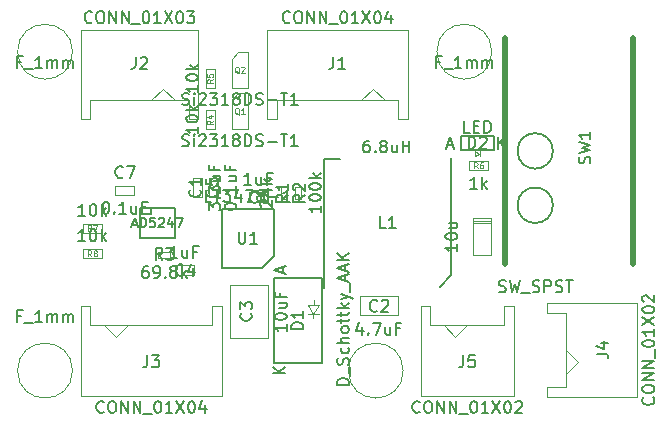
<source format=gbr>
G04 #@! TF.FileFunction,Other,Fab,Top*
%FSLAX46Y46*%
G04 Gerber Fmt 4.6, Leading zero omitted, Abs format (unit mm)*
G04 Created by KiCad (PCBNEW 4.0.6) date 06/06/17 12:12:10*
%MOMM*%
%LPD*%
G01*
G04 APERTURE LIST*
%ADD10C,0.100000*%
%ADD11C,0.150000*%
%ADD12C,0.500000*%
%ADD13C,0.075000*%
G04 APERTURE END LIST*
D10*
D11*
X11500000Y17000000D02*
X11500000Y16500000D01*
X11500000Y16500000D02*
X10500000Y16500000D01*
X10500000Y17000000D02*
X10500000Y14500000D01*
X10500000Y14500000D02*
X13500000Y14500000D01*
X13500000Y14500000D02*
X13500000Y17000000D01*
X13500000Y17000000D02*
X10500000Y17000000D01*
D10*
X40300000Y16200000D02*
X38700000Y16200000D01*
X38700000Y16200000D02*
X38700000Y13000000D01*
X38700000Y13000000D02*
X40300000Y13000000D01*
X40300000Y13000000D02*
X40300000Y16200000D01*
X40300000Y15880000D02*
X38700000Y15880000D01*
X40300000Y15720000D02*
X38700000Y15720000D01*
X14650000Y26125000D02*
X14650000Y24525000D01*
X14650000Y24525000D02*
X15450000Y24525000D01*
X15450000Y24525000D02*
X15450000Y32125000D01*
X15450000Y32125000D02*
X5550000Y32125000D01*
X5550000Y32125000D02*
X5550000Y24525000D01*
X5550000Y24525000D02*
X6350000Y24525000D01*
X6350000Y24525000D02*
X6350000Y26125000D01*
X6350000Y26125000D02*
X14650000Y26125000D01*
X13500000Y26125000D02*
X12500000Y27125000D01*
X12500000Y27125000D02*
X11500000Y26125000D01*
X32824000Y3250000D02*
G75*
G03X32824000Y3250000I-2324000J0D01*
G01*
X4824000Y30250000D02*
G75*
G03X4824000Y30250000I-2324000J0D01*
G01*
X4824000Y3250000D02*
G75*
G03X4824000Y3250000I-2324000J0D01*
G01*
X15100000Y12150000D02*
X15100000Y11350000D01*
X13500000Y12150000D02*
X15100000Y12150000D01*
X13500000Y11350000D02*
X13500000Y12150000D01*
X15100000Y11350000D02*
X13500000Y11350000D01*
X29150000Y7950000D02*
X29150000Y9550000D01*
X32350000Y7950000D02*
X29150000Y7950000D01*
X32350000Y9550000D02*
X32350000Y7950000D01*
X29150000Y9550000D02*
X32350000Y9550000D01*
X21350000Y6000000D02*
X18150000Y6000000D01*
X21350000Y10500000D02*
X21350000Y6000000D01*
X18150000Y10500000D02*
X21350000Y10500000D01*
X18150000Y6000000D02*
X18150000Y10500000D01*
X17150000Y17950000D02*
X16350000Y17950000D01*
X17150000Y19550000D02*
X17150000Y17950000D01*
X16350000Y19550000D02*
X17150000Y19550000D01*
X16350000Y17950000D02*
X16350000Y19550000D01*
X21350000Y18350000D02*
X21350000Y17550000D01*
X19750000Y18350000D02*
X21350000Y18350000D01*
X19750000Y17550000D02*
X19750000Y18350000D01*
X21350000Y17550000D02*
X19750000Y17550000D01*
X24200000Y17800000D02*
X23700000Y17800000D01*
X24200000Y18800000D02*
X24200000Y17800000D01*
X23700000Y18800000D02*
X24200000Y18800000D01*
X23700000Y17800000D02*
X23700000Y18800000D01*
X22450000Y18800000D02*
X22950000Y18800000D01*
X22450000Y17800000D02*
X22450000Y18800000D01*
X22950000Y17800000D02*
X22450000Y17800000D01*
X22950000Y18800000D02*
X22950000Y17800000D01*
X12100000Y12750000D02*
X12100000Y13250000D01*
X13100000Y12750000D02*
X12100000Y12750000D01*
X13100000Y13250000D02*
X13100000Y12750000D01*
X12100000Y13250000D02*
X13100000Y13250000D01*
D11*
X45500000Y17250000D02*
G75*
G03X45500000Y17250000I-1500000J0D01*
G01*
X45500000Y21850000D02*
G75*
G03X45500000Y21850000I-1500000J0D01*
G01*
D12*
X52250000Y31380000D02*
X52250000Y12280000D01*
X41460000Y31380000D02*
X41460000Y12280000D01*
D11*
X20850000Y11950000D02*
X17450000Y11950000D01*
X17450000Y11950000D02*
X17450000Y16950000D01*
X17450000Y16950000D02*
X21850000Y16950000D01*
X21850000Y16950000D02*
X21850000Y12950000D01*
X21850000Y12950000D02*
X20850000Y11950000D01*
X21850000Y3860000D02*
X25950000Y3860000D01*
X25950000Y3860000D02*
X25950000Y11130000D01*
X25950000Y11130000D02*
X21850000Y11130000D01*
X21850000Y11130000D02*
X21850000Y3860000D01*
D10*
X25240000Y8820000D02*
X25240000Y9220000D01*
X24730000Y8810000D02*
X25230000Y8010000D01*
X25730000Y8810000D02*
X24730000Y8810000D01*
X25230000Y8010000D02*
X25730000Y8810000D01*
X25230000Y8010000D02*
X25730000Y8010000D01*
X25230000Y8010000D02*
X24730000Y8010000D01*
X25230000Y7710000D02*
X25230000Y8010000D01*
D11*
X40500000Y21900000D02*
X37700000Y21900000D01*
X37700000Y21900000D02*
X37700000Y23100000D01*
X37700000Y23100000D02*
X40500000Y23100000D01*
X40500000Y23100000D02*
X40500000Y21900000D01*
D10*
X39290000Y21430000D02*
X39290000Y21830000D01*
X39240000Y21630000D02*
X38940000Y21430000D01*
X38940000Y21830000D02*
X39240000Y21630000D01*
X38940000Y21430000D02*
X38940000Y21830000D01*
X15800000Y17950000D02*
X15000000Y17950000D01*
X15800000Y19550000D02*
X15800000Y17950000D01*
X15000000Y19550000D02*
X15800000Y19550000D01*
X15000000Y17950000D02*
X15000000Y19550000D01*
X40324000Y30250000D02*
G75*
G03X40324000Y30250000I-2324000J0D01*
G01*
X18300000Y26150000D02*
X18300000Y23700000D01*
X18850000Y26720000D02*
X19700000Y26720000D01*
X18300000Y26150000D02*
X18850000Y26720000D01*
X19700000Y26720000D02*
X19700000Y23680000D01*
X18300000Y23680000D02*
X19700000Y23680000D01*
X18300000Y29650000D02*
X18300000Y27200000D01*
X18850000Y30220000D02*
X19700000Y30220000D01*
X18300000Y29650000D02*
X18850000Y30220000D01*
X19700000Y30220000D02*
X19700000Y27180000D01*
X18300000Y27180000D02*
X19700000Y27180000D01*
D11*
X27500000Y21150000D02*
X26100000Y21150000D01*
X26100000Y21150000D02*
X26100000Y10250000D01*
X35900000Y10350000D02*
X36900000Y11350000D01*
X36900000Y11350000D02*
X36900000Y21250000D01*
D10*
X32400000Y26125000D02*
X32400000Y24525000D01*
X32400000Y24525000D02*
X33200000Y24525000D01*
X33200000Y24525000D02*
X33200000Y32125000D01*
X33200000Y32125000D02*
X21300000Y32125000D01*
X21300000Y32125000D02*
X21300000Y24525000D01*
X21300000Y24525000D02*
X22100000Y24525000D01*
X22100000Y24525000D02*
X22100000Y26125000D01*
X22100000Y26125000D02*
X32400000Y26125000D01*
X31250000Y26125000D02*
X30250000Y27125000D01*
X30250000Y27125000D02*
X29250000Y26125000D01*
X6350000Y7125000D02*
X6350000Y8725000D01*
X6350000Y8725000D02*
X5550000Y8725000D01*
X5550000Y8725000D02*
X5550000Y1125000D01*
X5550000Y1125000D02*
X17450000Y1125000D01*
X17450000Y1125000D02*
X17450000Y8725000D01*
X17450000Y8725000D02*
X16650000Y8725000D01*
X16650000Y8725000D02*
X16650000Y7125000D01*
X16650000Y7125000D02*
X6350000Y7125000D01*
X7500000Y7125000D02*
X8500000Y6125000D01*
X8500000Y6125000D02*
X9500000Y7125000D01*
X46625000Y1850000D02*
X45025000Y1850000D01*
X45025000Y1850000D02*
X45025000Y1050000D01*
X45025000Y1050000D02*
X52625000Y1050000D01*
X52625000Y1050000D02*
X52625000Y8950000D01*
X52625000Y8950000D02*
X45025000Y8950000D01*
X45025000Y8950000D02*
X45025000Y8150000D01*
X45025000Y8150000D02*
X46625000Y8150000D01*
X46625000Y8150000D02*
X46625000Y1850000D01*
X46625000Y3000000D02*
X47625000Y4000000D01*
X47625000Y4000000D02*
X46625000Y5000000D01*
X35100000Y7125000D02*
X35100000Y8725000D01*
X35100000Y8725000D02*
X34300000Y8725000D01*
X34300000Y8725000D02*
X34300000Y1125000D01*
X34300000Y1125000D02*
X42200000Y1125000D01*
X42200000Y1125000D02*
X42200000Y8725000D01*
X42200000Y8725000D02*
X41400000Y8725000D01*
X41400000Y8725000D02*
X41400000Y7125000D01*
X41400000Y7125000D02*
X35100000Y7125000D01*
X36250000Y7125000D02*
X37250000Y6125000D01*
X37250000Y6125000D02*
X38250000Y7125000D01*
X8450000Y18100000D02*
X8450000Y18900000D01*
X10050000Y18100000D02*
X8450000Y18100000D01*
X10050000Y18900000D02*
X10050000Y18100000D01*
X8450000Y18900000D02*
X10050000Y18900000D01*
X16100000Y25300000D02*
X16900000Y25300000D01*
X16100000Y23700000D02*
X16100000Y25300000D01*
X16900000Y23700000D02*
X16100000Y23700000D01*
X16900000Y25300000D02*
X16900000Y23700000D01*
X16100000Y28800000D02*
X16900000Y28800000D01*
X16100000Y27200000D02*
X16100000Y28800000D01*
X16900000Y27200000D02*
X16100000Y27200000D01*
X16900000Y28800000D02*
X16900000Y27200000D01*
X38400000Y20200000D02*
X38400000Y21000000D01*
X40000000Y20200000D02*
X38400000Y20200000D01*
X40000000Y21000000D02*
X40000000Y20200000D01*
X38400000Y21000000D02*
X40000000Y21000000D01*
X7300000Y15700000D02*
X7300000Y14900000D01*
X5700000Y15700000D02*
X7300000Y15700000D01*
X5700000Y14900000D02*
X5700000Y15700000D01*
X7300000Y14900000D02*
X5700000Y14900000D01*
X7300000Y13550000D02*
X7300000Y12750000D01*
X5700000Y13550000D02*
X7300000Y13550000D01*
X5700000Y12750000D02*
X5700000Y13550000D01*
X7300000Y12750000D02*
X5700000Y12750000D01*
D11*
X9885714Y15616667D02*
X10266666Y15616667D01*
X9809523Y15388095D02*
X10076190Y16188095D01*
X10342857Y15388095D01*
X10609523Y15388095D02*
X10609523Y16188095D01*
X10799999Y16188095D01*
X10914285Y16150000D01*
X10990476Y16073810D01*
X11028571Y15997619D01*
X11066666Y15845238D01*
X11066666Y15730952D01*
X11028571Y15578571D01*
X10990476Y15502381D01*
X10914285Y15426190D01*
X10799999Y15388095D01*
X10609523Y15388095D01*
X11790476Y16188095D02*
X11409523Y16188095D01*
X11371428Y15807143D01*
X11409523Y15845238D01*
X11485714Y15883333D01*
X11676190Y15883333D01*
X11752380Y15845238D01*
X11790476Y15807143D01*
X11828571Y15730952D01*
X11828571Y15540476D01*
X11790476Y15464286D01*
X11752380Y15426190D01*
X11676190Y15388095D01*
X11485714Y15388095D01*
X11409523Y15426190D01*
X11371428Y15464286D01*
X12133333Y16111905D02*
X12171428Y16150000D01*
X12247619Y16188095D01*
X12438095Y16188095D01*
X12514285Y16150000D01*
X12552381Y16111905D01*
X12590476Y16035714D01*
X12590476Y15959524D01*
X12552381Y15845238D01*
X12095238Y15388095D01*
X12590476Y15388095D01*
X13276190Y15921429D02*
X13276190Y15388095D01*
X13085714Y16226190D02*
X12895238Y15654762D01*
X13390476Y15654762D01*
X13619048Y16188095D02*
X14152381Y16188095D01*
X13809524Y15388095D01*
X37402381Y13957143D02*
X37402381Y13385714D01*
X37402381Y13671428D02*
X36402381Y13671428D01*
X36545238Y13576190D01*
X36640476Y13480952D01*
X36688095Y13385714D01*
X36402381Y14576190D02*
X36402381Y14671429D01*
X36450000Y14766667D01*
X36497619Y14814286D01*
X36592857Y14861905D01*
X36783333Y14909524D01*
X37021429Y14909524D01*
X37211905Y14861905D01*
X37307143Y14814286D01*
X37354762Y14766667D01*
X37402381Y14671429D01*
X37402381Y14576190D01*
X37354762Y14480952D01*
X37307143Y14433333D01*
X37211905Y14385714D01*
X37021429Y14338095D01*
X36783333Y14338095D01*
X36592857Y14385714D01*
X36497619Y14433333D01*
X36450000Y14480952D01*
X36402381Y14576190D01*
X36735714Y15766667D02*
X37402381Y15766667D01*
X36735714Y15338095D02*
X37259524Y15338095D01*
X37354762Y15385714D01*
X37402381Y15480952D01*
X37402381Y15623810D01*
X37354762Y15719048D01*
X37307143Y15766667D01*
X6476191Y32767857D02*
X6428572Y32720238D01*
X6285715Y32672619D01*
X6190477Y32672619D01*
X6047619Y32720238D01*
X5952381Y32815476D01*
X5904762Y32910714D01*
X5857143Y33101190D01*
X5857143Y33244048D01*
X5904762Y33434524D01*
X5952381Y33529762D01*
X6047619Y33625000D01*
X6190477Y33672619D01*
X6285715Y33672619D01*
X6428572Y33625000D01*
X6476191Y33577381D01*
X7095238Y33672619D02*
X7285715Y33672619D01*
X7380953Y33625000D01*
X7476191Y33529762D01*
X7523810Y33339286D01*
X7523810Y33005952D01*
X7476191Y32815476D01*
X7380953Y32720238D01*
X7285715Y32672619D01*
X7095238Y32672619D01*
X7000000Y32720238D01*
X6904762Y32815476D01*
X6857143Y33005952D01*
X6857143Y33339286D01*
X6904762Y33529762D01*
X7000000Y33625000D01*
X7095238Y33672619D01*
X7952381Y32672619D02*
X7952381Y33672619D01*
X8523810Y32672619D01*
X8523810Y33672619D01*
X9000000Y32672619D02*
X9000000Y33672619D01*
X9571429Y32672619D01*
X9571429Y33672619D01*
X9809524Y32577381D02*
X10571429Y32577381D01*
X11000000Y33672619D02*
X11095239Y33672619D01*
X11190477Y33625000D01*
X11238096Y33577381D01*
X11285715Y33482143D01*
X11333334Y33291667D01*
X11333334Y33053571D01*
X11285715Y32863095D01*
X11238096Y32767857D01*
X11190477Y32720238D01*
X11095239Y32672619D01*
X11000000Y32672619D01*
X10904762Y32720238D01*
X10857143Y32767857D01*
X10809524Y32863095D01*
X10761905Y33053571D01*
X10761905Y33291667D01*
X10809524Y33482143D01*
X10857143Y33577381D01*
X10904762Y33625000D01*
X11000000Y33672619D01*
X12285715Y32672619D02*
X11714286Y32672619D01*
X12000000Y32672619D02*
X12000000Y33672619D01*
X11904762Y33529762D01*
X11809524Y33434524D01*
X11714286Y33386905D01*
X12619048Y33672619D02*
X13285715Y32672619D01*
X13285715Y33672619D02*
X12619048Y32672619D01*
X13857143Y33672619D02*
X13952382Y33672619D01*
X14047620Y33625000D01*
X14095239Y33577381D01*
X14142858Y33482143D01*
X14190477Y33291667D01*
X14190477Y33053571D01*
X14142858Y32863095D01*
X14095239Y32767857D01*
X14047620Y32720238D01*
X13952382Y32672619D01*
X13857143Y32672619D01*
X13761905Y32720238D01*
X13714286Y32767857D01*
X13666667Y32863095D01*
X13619048Y33053571D01*
X13619048Y33291667D01*
X13666667Y33482143D01*
X13714286Y33577381D01*
X13761905Y33625000D01*
X13857143Y33672619D01*
X14523810Y33672619D02*
X15142858Y33672619D01*
X14809524Y33291667D01*
X14952382Y33291667D01*
X15047620Y33244048D01*
X15095239Y33196429D01*
X15142858Y33101190D01*
X15142858Y32863095D01*
X15095239Y32767857D01*
X15047620Y32720238D01*
X14952382Y32672619D01*
X14666667Y32672619D01*
X14571429Y32720238D01*
X14523810Y32767857D01*
X10166667Y29797619D02*
X10166667Y29083333D01*
X10119047Y28940476D01*
X10023809Y28845238D01*
X9880952Y28797619D01*
X9785714Y28797619D01*
X10595238Y29702381D02*
X10642857Y29750000D01*
X10738095Y29797619D01*
X10976191Y29797619D01*
X11071429Y29750000D01*
X11119048Y29702381D01*
X11166667Y29607143D01*
X11166667Y29511905D01*
X11119048Y29369048D01*
X10547619Y28797619D01*
X11166667Y28797619D01*
X13704762Y12797619D02*
X13133333Y12797619D01*
X13419047Y12797619D02*
X13419047Y13797619D01*
X13323809Y13654762D01*
X13228571Y13559524D01*
X13133333Y13511905D01*
X14561905Y13464286D02*
X14561905Y12797619D01*
X14133333Y13464286D02*
X14133333Y12940476D01*
X14180952Y12845238D01*
X14276190Y12797619D01*
X14419048Y12797619D01*
X14514286Y12845238D01*
X14561905Y12892857D01*
X15371429Y13321429D02*
X15038095Y13321429D01*
X15038095Y12797619D02*
X15038095Y13797619D01*
X15514286Y13797619D01*
X14213334Y11352857D02*
X14165715Y11305238D01*
X14022858Y11257619D01*
X13927620Y11257619D01*
X13784762Y11305238D01*
X13689524Y11400476D01*
X13641905Y11495714D01*
X13594286Y11686190D01*
X13594286Y11829048D01*
X13641905Y12019524D01*
X13689524Y12114762D01*
X13784762Y12210000D01*
X13927620Y12257619D01*
X14022858Y12257619D01*
X14165715Y12210000D01*
X14213334Y12162381D01*
X15070477Y11924286D02*
X15070477Y11257619D01*
X14832381Y12305238D02*
X14594286Y11590952D01*
X15213334Y11590952D01*
X29345239Y6964286D02*
X29345239Y6297619D01*
X29107143Y7345238D02*
X28869048Y6630952D01*
X29488096Y6630952D01*
X29869048Y6392857D02*
X29916667Y6345238D01*
X29869048Y6297619D01*
X29821429Y6345238D01*
X29869048Y6392857D01*
X29869048Y6297619D01*
X30250000Y7297619D02*
X30916667Y7297619D01*
X30488095Y6297619D01*
X31726191Y6964286D02*
X31726191Y6297619D01*
X31297619Y6964286D02*
X31297619Y6440476D01*
X31345238Y6345238D01*
X31440476Y6297619D01*
X31583334Y6297619D01*
X31678572Y6345238D01*
X31726191Y6392857D01*
X32535715Y6821429D02*
X32202381Y6821429D01*
X32202381Y6297619D02*
X32202381Y7297619D01*
X32678572Y7297619D01*
X30613334Y8337857D02*
X30565715Y8290238D01*
X30422858Y8242619D01*
X30327620Y8242619D01*
X30184762Y8290238D01*
X30089524Y8385476D01*
X30041905Y8480714D01*
X29994286Y8671190D01*
X29994286Y8814048D01*
X30041905Y9004524D01*
X30089524Y9099762D01*
X30184762Y9195000D01*
X30327620Y9242619D01*
X30422858Y9242619D01*
X30565715Y9195000D01*
X30613334Y9147381D01*
X30994286Y9147381D02*
X31041905Y9195000D01*
X31137143Y9242619D01*
X31375239Y9242619D01*
X31470477Y9195000D01*
X31518096Y9147381D01*
X31565715Y9052143D01*
X31565715Y8956905D01*
X31518096Y8814048D01*
X30946667Y8242619D01*
X31565715Y8242619D01*
X22952381Y7178572D02*
X22952381Y6607143D01*
X22952381Y6892857D02*
X21952381Y6892857D01*
X22095238Y6797619D01*
X22190476Y6702381D01*
X22238095Y6607143D01*
X21952381Y7797619D02*
X21952381Y7892858D01*
X22000000Y7988096D01*
X22047619Y8035715D01*
X22142857Y8083334D01*
X22333333Y8130953D01*
X22571429Y8130953D01*
X22761905Y8083334D01*
X22857143Y8035715D01*
X22904762Y7988096D01*
X22952381Y7892858D01*
X22952381Y7797619D01*
X22904762Y7702381D01*
X22857143Y7654762D01*
X22761905Y7607143D01*
X22571429Y7559524D01*
X22333333Y7559524D01*
X22142857Y7607143D01*
X22047619Y7654762D01*
X22000000Y7702381D01*
X21952381Y7797619D01*
X22285714Y8988096D02*
X22952381Y8988096D01*
X22285714Y8559524D02*
X22809524Y8559524D01*
X22904762Y8607143D01*
X22952381Y8702381D01*
X22952381Y8845239D01*
X22904762Y8940477D01*
X22857143Y8988096D01*
X22428571Y9797620D02*
X22428571Y9464286D01*
X22952381Y9464286D02*
X21952381Y9464286D01*
X21952381Y9940477D01*
X19927143Y8103334D02*
X19974762Y8055715D01*
X20022381Y7912858D01*
X20022381Y7817620D01*
X19974762Y7674762D01*
X19879524Y7579524D01*
X19784286Y7531905D01*
X19593810Y7484286D01*
X19450952Y7484286D01*
X19260476Y7531905D01*
X19165238Y7579524D01*
X19070000Y7674762D01*
X19022381Y7817620D01*
X19022381Y7912858D01*
X19070000Y8055715D01*
X19117619Y8103334D01*
X19022381Y8436667D02*
X19022381Y9055715D01*
X19403333Y8722381D01*
X19403333Y8865239D01*
X19450952Y8960477D01*
X19498571Y9008096D01*
X19593810Y9055715D01*
X19831905Y9055715D01*
X19927143Y9008096D01*
X19974762Y8960477D01*
X20022381Y8865239D01*
X20022381Y8579524D01*
X19974762Y8484286D01*
X19927143Y8436667D01*
X17702381Y17107143D02*
X17702381Y17202382D01*
X17750000Y17297620D01*
X17797619Y17345239D01*
X17892857Y17392858D01*
X18083333Y17440477D01*
X18321429Y17440477D01*
X18511905Y17392858D01*
X18607143Y17345239D01*
X18654762Y17297620D01*
X18702381Y17202382D01*
X18702381Y17107143D01*
X18654762Y17011905D01*
X18607143Y16964286D01*
X18511905Y16916667D01*
X18321429Y16869048D01*
X18083333Y16869048D01*
X17892857Y16916667D01*
X17797619Y16964286D01*
X17750000Y17011905D01*
X17702381Y17107143D01*
X18607143Y17869048D02*
X18654762Y17916667D01*
X18702381Y17869048D01*
X18654762Y17821429D01*
X18607143Y17869048D01*
X18702381Y17869048D01*
X18702381Y18869048D02*
X18702381Y18297619D01*
X18702381Y18583333D02*
X17702381Y18583333D01*
X17845238Y18488095D01*
X17940476Y18392857D01*
X17988095Y18297619D01*
X18035714Y19726191D02*
X18702381Y19726191D01*
X18035714Y19297619D02*
X18559524Y19297619D01*
X18654762Y19345238D01*
X18702381Y19440476D01*
X18702381Y19583334D01*
X18654762Y19678572D01*
X18607143Y19726191D01*
X18178571Y20535715D02*
X18178571Y20202381D01*
X18702381Y20202381D02*
X17702381Y20202381D01*
X17702381Y20678572D01*
X17052143Y18578334D02*
X17099762Y18530715D01*
X17147381Y18387858D01*
X17147381Y18292620D01*
X17099762Y18149762D01*
X17004524Y18054524D01*
X16909286Y18006905D01*
X16718810Y17959286D01*
X16575952Y17959286D01*
X16385476Y18006905D01*
X16290238Y18054524D01*
X16195000Y18149762D01*
X16147381Y18292620D01*
X16147381Y18387858D01*
X16195000Y18530715D01*
X16242619Y18578334D01*
X16147381Y19483096D02*
X16147381Y19006905D01*
X16623571Y18959286D01*
X16575952Y19006905D01*
X16528333Y19102143D01*
X16528333Y19340239D01*
X16575952Y19435477D01*
X16623571Y19483096D01*
X16718810Y19530715D01*
X16956905Y19530715D01*
X17052143Y19483096D01*
X17099762Y19435477D01*
X17147381Y19340239D01*
X17147381Y19102143D01*
X17099762Y19006905D01*
X17052143Y18959286D01*
X19954762Y18997619D02*
X19383333Y18997619D01*
X19669047Y18997619D02*
X19669047Y19997619D01*
X19573809Y19854762D01*
X19478571Y19759524D01*
X19383333Y19711905D01*
X20811905Y19664286D02*
X20811905Y18997619D01*
X20383333Y19664286D02*
X20383333Y19140476D01*
X20430952Y19045238D01*
X20526190Y18997619D01*
X20669048Y18997619D01*
X20764286Y19045238D01*
X20811905Y19092857D01*
X21621429Y19521429D02*
X21288095Y19521429D01*
X21288095Y18997619D02*
X21288095Y19997619D01*
X21764286Y19997619D01*
X20443334Y17562857D02*
X20395715Y17515238D01*
X20252858Y17467619D01*
X20157620Y17467619D01*
X20014762Y17515238D01*
X19919524Y17610476D01*
X19871905Y17705714D01*
X19824286Y17896190D01*
X19824286Y18039048D01*
X19871905Y18229524D01*
X19919524Y18324762D01*
X20014762Y18420000D01*
X20157620Y18467619D01*
X20252858Y18467619D01*
X20395715Y18420000D01*
X20443334Y18372381D01*
X21300477Y18467619D02*
X21110000Y18467619D01*
X21014762Y18420000D01*
X20967143Y18372381D01*
X20871905Y18229524D01*
X20824286Y18039048D01*
X20824286Y17658095D01*
X20871905Y17562857D01*
X20919524Y17515238D01*
X21014762Y17467619D01*
X21205239Y17467619D01*
X21300477Y17515238D01*
X21348096Y17562857D01*
X21395715Y17658095D01*
X21395715Y17896190D01*
X21348096Y17991429D01*
X21300477Y18039048D01*
X21205239Y18086667D01*
X21014762Y18086667D01*
X20919524Y18039048D01*
X20871905Y17991429D01*
X20824286Y17896190D01*
X25852381Y17228572D02*
X25852381Y16657143D01*
X25852381Y16942857D02*
X24852381Y16942857D01*
X24995238Y16847619D01*
X25090476Y16752381D01*
X25138095Y16657143D01*
X24852381Y17847619D02*
X24852381Y17942858D01*
X24900000Y18038096D01*
X24947619Y18085715D01*
X25042857Y18133334D01*
X25233333Y18180953D01*
X25471429Y18180953D01*
X25661905Y18133334D01*
X25757143Y18085715D01*
X25804762Y18038096D01*
X25852381Y17942858D01*
X25852381Y17847619D01*
X25804762Y17752381D01*
X25757143Y17704762D01*
X25661905Y17657143D01*
X25471429Y17609524D01*
X25233333Y17609524D01*
X25042857Y17657143D01*
X24947619Y17704762D01*
X24900000Y17752381D01*
X24852381Y17847619D01*
X24852381Y18800000D02*
X24852381Y18895239D01*
X24900000Y18990477D01*
X24947619Y19038096D01*
X25042857Y19085715D01*
X25233333Y19133334D01*
X25471429Y19133334D01*
X25661905Y19085715D01*
X25757143Y19038096D01*
X25804762Y18990477D01*
X25852381Y18895239D01*
X25852381Y18800000D01*
X25804762Y18704762D01*
X25757143Y18657143D01*
X25661905Y18609524D01*
X25471429Y18561905D01*
X25233333Y18561905D01*
X25042857Y18609524D01*
X24947619Y18657143D01*
X24900000Y18704762D01*
X24852381Y18800000D01*
X25852381Y19561905D02*
X24852381Y19561905D01*
X25471429Y19657143D02*
X25852381Y19942858D01*
X25185714Y19942858D02*
X25566667Y19561905D01*
X23052381Y18133334D02*
X22576190Y17800000D01*
X23052381Y17561905D02*
X22052381Y17561905D01*
X22052381Y17942858D01*
X22100000Y18038096D01*
X22147619Y18085715D01*
X22242857Y18133334D01*
X22385714Y18133334D01*
X22480952Y18085715D01*
X22528571Y18038096D01*
X22576190Y17942858D01*
X22576190Y17561905D01*
X23052381Y19085715D02*
X23052381Y18514286D01*
X23052381Y18800000D02*
X22052381Y18800000D01*
X22195238Y18704762D01*
X22290476Y18609524D01*
X22338095Y18514286D01*
X20797619Y17133333D02*
X20750000Y17180952D01*
X20702381Y17276190D01*
X20702381Y17514286D01*
X20750000Y17609524D01*
X20797619Y17657143D01*
X20892857Y17704762D01*
X20988095Y17704762D01*
X21130952Y17657143D01*
X21702381Y17085714D01*
X21702381Y17704762D01*
X21035714Y18561905D02*
X21702381Y18561905D01*
X20654762Y18323809D02*
X21369048Y18085714D01*
X21369048Y18704762D01*
X21702381Y19085714D02*
X20702381Y19085714D01*
X21321429Y19180952D02*
X21702381Y19466667D01*
X21035714Y19466667D02*
X21416667Y19085714D01*
X24502381Y18133334D02*
X24026190Y17800000D01*
X24502381Y17561905D02*
X23502381Y17561905D01*
X23502381Y17942858D01*
X23550000Y18038096D01*
X23597619Y18085715D01*
X23692857Y18133334D01*
X23835714Y18133334D01*
X23930952Y18085715D01*
X23978571Y18038096D01*
X24026190Y17942858D01*
X24026190Y17561905D01*
X23597619Y18514286D02*
X23550000Y18561905D01*
X23502381Y18657143D01*
X23502381Y18895239D01*
X23550000Y18990477D01*
X23597619Y19038096D01*
X23692857Y19085715D01*
X23788095Y19085715D01*
X23930952Y19038096D01*
X24502381Y18466667D01*
X24502381Y19085715D01*
X11195239Y12097619D02*
X11004762Y12097619D01*
X10909524Y12050000D01*
X10861905Y12002381D01*
X10766667Y11859524D01*
X10719048Y11669048D01*
X10719048Y11288095D01*
X10766667Y11192857D01*
X10814286Y11145238D01*
X10909524Y11097619D01*
X11100001Y11097619D01*
X11195239Y11145238D01*
X11242858Y11192857D01*
X11290477Y11288095D01*
X11290477Y11526190D01*
X11242858Y11621429D01*
X11195239Y11669048D01*
X11100001Y11716667D01*
X10909524Y11716667D01*
X10814286Y11669048D01*
X10766667Y11621429D01*
X10719048Y11526190D01*
X11766667Y11097619D02*
X11957143Y11097619D01*
X12052382Y11145238D01*
X12100001Y11192857D01*
X12195239Y11335714D01*
X12242858Y11526190D01*
X12242858Y11907143D01*
X12195239Y12002381D01*
X12147620Y12050000D01*
X12052382Y12097619D01*
X11861905Y12097619D01*
X11766667Y12050000D01*
X11719048Y12002381D01*
X11671429Y11907143D01*
X11671429Y11669048D01*
X11719048Y11573810D01*
X11766667Y11526190D01*
X11861905Y11478571D01*
X12052382Y11478571D01*
X12147620Y11526190D01*
X12195239Y11573810D01*
X12242858Y11669048D01*
X12671429Y11192857D02*
X12719048Y11145238D01*
X12671429Y11097619D01*
X12623810Y11145238D01*
X12671429Y11192857D01*
X12671429Y11097619D01*
X13290476Y11669048D02*
X13195238Y11716667D01*
X13147619Y11764286D01*
X13100000Y11859524D01*
X13100000Y11907143D01*
X13147619Y12002381D01*
X13195238Y12050000D01*
X13290476Y12097619D01*
X13480953Y12097619D01*
X13576191Y12050000D01*
X13623810Y12002381D01*
X13671429Y11907143D01*
X13671429Y11859524D01*
X13623810Y11764286D01*
X13576191Y11716667D01*
X13480953Y11669048D01*
X13290476Y11669048D01*
X13195238Y11621429D01*
X13147619Y11573810D01*
X13100000Y11478571D01*
X13100000Y11288095D01*
X13147619Y11192857D01*
X13195238Y11145238D01*
X13290476Y11097619D01*
X13480953Y11097619D01*
X13576191Y11145238D01*
X13623810Y11192857D01*
X13671429Y11288095D01*
X13671429Y11478571D01*
X13623810Y11573810D01*
X13576191Y11621429D01*
X13480953Y11669048D01*
X14100000Y11097619D02*
X14100000Y12097619D01*
X14195238Y11478571D02*
X14480953Y11097619D01*
X14480953Y11764286D02*
X14100000Y11383333D01*
X12443334Y12637619D02*
X12110000Y13113810D01*
X11871905Y12637619D02*
X11871905Y13637619D01*
X12252858Y13637619D01*
X12348096Y13590000D01*
X12395715Y13542381D01*
X12443334Y13447143D01*
X12443334Y13304286D01*
X12395715Y13209048D01*
X12348096Y13161429D01*
X12252858Y13113810D01*
X11871905Y13113810D01*
X12776667Y13637619D02*
X13395715Y13637619D01*
X13062381Y13256667D01*
X13205239Y13256667D01*
X13300477Y13209048D01*
X13348096Y13161429D01*
X13395715Y13066190D01*
X13395715Y12828095D01*
X13348096Y12732857D01*
X13300477Y12685238D01*
X13205239Y12637619D01*
X12919524Y12637619D01*
X12824286Y12685238D01*
X12776667Y12732857D01*
X452382Y7871429D02*
X119048Y7871429D01*
X119048Y7347619D02*
X119048Y8347619D01*
X595239Y8347619D01*
X738096Y7252381D02*
X1500001Y7252381D01*
X2261906Y7347619D02*
X1690477Y7347619D01*
X1976191Y7347619D02*
X1976191Y8347619D01*
X1880953Y8204762D01*
X1785715Y8109524D01*
X1690477Y8061905D01*
X2690477Y7347619D02*
X2690477Y8014286D01*
X2690477Y7919048D02*
X2738096Y7966667D01*
X2833334Y8014286D01*
X2976192Y8014286D01*
X3071430Y7966667D01*
X3119049Y7871429D01*
X3119049Y7347619D01*
X3119049Y7871429D02*
X3166668Y7966667D01*
X3261906Y8014286D01*
X3404763Y8014286D01*
X3500001Y7966667D01*
X3547620Y7871429D01*
X3547620Y7347619D01*
X4023810Y7347619D02*
X4023810Y8014286D01*
X4023810Y7919048D02*
X4071429Y7966667D01*
X4166667Y8014286D01*
X4309525Y8014286D01*
X4404763Y7966667D01*
X4452382Y7871429D01*
X4452382Y7347619D01*
X4452382Y7871429D02*
X4500001Y7966667D01*
X4595239Y8014286D01*
X4738096Y8014286D01*
X4833334Y7966667D01*
X4880953Y7871429D01*
X4880953Y7347619D01*
X35952382Y29371429D02*
X35619048Y29371429D01*
X35619048Y28847619D02*
X35619048Y29847619D01*
X36095239Y29847619D01*
X36238096Y28752381D02*
X37000001Y28752381D01*
X37761906Y28847619D02*
X37190477Y28847619D01*
X37476191Y28847619D02*
X37476191Y29847619D01*
X37380953Y29704762D01*
X37285715Y29609524D01*
X37190477Y29561905D01*
X38190477Y28847619D02*
X38190477Y29514286D01*
X38190477Y29419048D02*
X38238096Y29466667D01*
X38333334Y29514286D01*
X38476192Y29514286D01*
X38571430Y29466667D01*
X38619049Y29371429D01*
X38619049Y28847619D01*
X38619049Y29371429D02*
X38666668Y29466667D01*
X38761906Y29514286D01*
X38904763Y29514286D01*
X39000001Y29466667D01*
X39047620Y29371429D01*
X39047620Y28847619D01*
X39523810Y28847619D02*
X39523810Y29514286D01*
X39523810Y29419048D02*
X39571429Y29466667D01*
X39666667Y29514286D01*
X39809525Y29514286D01*
X39904763Y29466667D01*
X39952382Y29371429D01*
X39952382Y28847619D01*
X39952382Y29371429D02*
X40000001Y29466667D01*
X40095239Y29514286D01*
X40238096Y29514286D01*
X40333334Y29466667D01*
X40380953Y29371429D01*
X40380953Y28847619D01*
X452382Y29371429D02*
X119048Y29371429D01*
X119048Y28847619D02*
X119048Y29847619D01*
X595239Y29847619D01*
X738096Y28752381D02*
X1500001Y28752381D01*
X2261906Y28847619D02*
X1690477Y28847619D01*
X1976191Y28847619D02*
X1976191Y29847619D01*
X1880953Y29704762D01*
X1785715Y29609524D01*
X1690477Y29561905D01*
X2690477Y28847619D02*
X2690477Y29514286D01*
X2690477Y29419048D02*
X2738096Y29466667D01*
X2833334Y29514286D01*
X2976192Y29514286D01*
X3071430Y29466667D01*
X3119049Y29371429D01*
X3119049Y28847619D01*
X3119049Y29371429D02*
X3166668Y29466667D01*
X3261906Y29514286D01*
X3404763Y29514286D01*
X3500001Y29466667D01*
X3547620Y29371429D01*
X3547620Y28847619D01*
X4023810Y28847619D02*
X4023810Y29514286D01*
X4023810Y29419048D02*
X4071429Y29466667D01*
X4166667Y29514286D01*
X4309525Y29514286D01*
X4404763Y29466667D01*
X4452382Y29371429D01*
X4452382Y28847619D01*
X4452382Y29371429D02*
X4500001Y29466667D01*
X4595239Y29514286D01*
X4738096Y29514286D01*
X4833334Y29466667D01*
X4880953Y29371429D01*
X4880953Y28847619D01*
X40928571Y9945238D02*
X41071428Y9897619D01*
X41309524Y9897619D01*
X41404762Y9945238D01*
X41452381Y9992857D01*
X41500000Y10088095D01*
X41500000Y10183333D01*
X41452381Y10278571D01*
X41404762Y10326190D01*
X41309524Y10373810D01*
X41119047Y10421429D01*
X41023809Y10469048D01*
X40976190Y10516667D01*
X40928571Y10611905D01*
X40928571Y10707143D01*
X40976190Y10802381D01*
X41023809Y10850000D01*
X41119047Y10897619D01*
X41357143Y10897619D01*
X41500000Y10850000D01*
X41833333Y10897619D02*
X42071428Y9897619D01*
X42261905Y10611905D01*
X42452381Y9897619D01*
X42690476Y10897619D01*
X42833333Y9802381D02*
X43595238Y9802381D01*
X43785714Y9945238D02*
X43928571Y9897619D01*
X44166667Y9897619D01*
X44261905Y9945238D01*
X44309524Y9992857D01*
X44357143Y10088095D01*
X44357143Y10183333D01*
X44309524Y10278571D01*
X44261905Y10326190D01*
X44166667Y10373810D01*
X43976190Y10421429D01*
X43880952Y10469048D01*
X43833333Y10516667D01*
X43785714Y10611905D01*
X43785714Y10707143D01*
X43833333Y10802381D01*
X43880952Y10850000D01*
X43976190Y10897619D01*
X44214286Y10897619D01*
X44357143Y10850000D01*
X44785714Y9897619D02*
X44785714Y10897619D01*
X45166667Y10897619D01*
X45261905Y10850000D01*
X45309524Y10802381D01*
X45357143Y10707143D01*
X45357143Y10564286D01*
X45309524Y10469048D01*
X45261905Y10421429D01*
X45166667Y10373810D01*
X44785714Y10373810D01*
X45738095Y9945238D02*
X45880952Y9897619D01*
X46119048Y9897619D01*
X46214286Y9945238D01*
X46261905Y9992857D01*
X46309524Y10088095D01*
X46309524Y10183333D01*
X46261905Y10278571D01*
X46214286Y10326190D01*
X46119048Y10373810D01*
X45928571Y10421429D01*
X45833333Y10469048D01*
X45785714Y10516667D01*
X45738095Y10611905D01*
X45738095Y10707143D01*
X45785714Y10802381D01*
X45833333Y10850000D01*
X45928571Y10897619D01*
X46166667Y10897619D01*
X46309524Y10850000D01*
X46595238Y10897619D02*
X47166667Y10897619D01*
X46880952Y9897619D02*
X46880952Y10897619D01*
X48634762Y20801667D02*
X48682381Y20944524D01*
X48682381Y21182620D01*
X48634762Y21277858D01*
X48587143Y21325477D01*
X48491905Y21373096D01*
X48396667Y21373096D01*
X48301429Y21325477D01*
X48253810Y21277858D01*
X48206190Y21182620D01*
X48158571Y20992143D01*
X48110952Y20896905D01*
X48063333Y20849286D01*
X47968095Y20801667D01*
X47872857Y20801667D01*
X47777619Y20849286D01*
X47730000Y20896905D01*
X47682381Y20992143D01*
X47682381Y21230239D01*
X47730000Y21373096D01*
X47682381Y21706429D02*
X48682381Y21944524D01*
X47968095Y22135001D01*
X48682381Y22325477D01*
X47682381Y22563572D01*
X48682381Y23468334D02*
X48682381Y22896905D01*
X48682381Y23182619D02*
X47682381Y23182619D01*
X47825238Y23087381D01*
X47920476Y22992143D01*
X47968095Y22896905D01*
X16578572Y17547619D02*
X16102381Y17547619D01*
X16102381Y18547619D01*
X16769048Y18547619D02*
X17340477Y18547619D01*
X17054762Y17547619D02*
X17054762Y18547619D01*
X17578572Y18547619D02*
X18197620Y18547619D01*
X17864286Y18166667D01*
X18007144Y18166667D01*
X18102382Y18119048D01*
X18150001Y18071429D01*
X18197620Y17976190D01*
X18197620Y17738095D01*
X18150001Y17642857D01*
X18102382Y17595238D01*
X18007144Y17547619D01*
X17721429Y17547619D01*
X17626191Y17595238D01*
X17578572Y17642857D01*
X19054763Y18214286D02*
X19054763Y17547619D01*
X18816667Y18595238D02*
X18578572Y17880952D01*
X19197620Y17880952D01*
X19483334Y18547619D02*
X20150001Y18547619D01*
X19721429Y17547619D01*
X20673810Y18119048D02*
X20578572Y18166667D01*
X20530953Y18214286D01*
X20483334Y18309524D01*
X20483334Y18357143D01*
X20530953Y18452381D01*
X20578572Y18500000D01*
X20673810Y18547619D01*
X20864287Y18547619D01*
X20959525Y18500000D01*
X21007144Y18452381D01*
X21054763Y18357143D01*
X21054763Y18309524D01*
X21007144Y18214286D01*
X20959525Y18166667D01*
X20864287Y18119048D01*
X20673810Y18119048D01*
X20578572Y18071429D01*
X20530953Y18023810D01*
X20483334Y17928571D01*
X20483334Y17738095D01*
X20530953Y17642857D01*
X20578572Y17595238D01*
X20673810Y17547619D01*
X20864287Y17547619D01*
X20959525Y17595238D01*
X21007144Y17642857D01*
X21054763Y17738095D01*
X21054763Y17928571D01*
X21007144Y18023810D01*
X20959525Y18071429D01*
X20864287Y18119048D01*
X21483334Y17928571D02*
X22245239Y17928571D01*
X23245239Y17547619D02*
X22673810Y17547619D01*
X22959524Y17547619D02*
X22959524Y18547619D01*
X22864286Y18404762D01*
X22769048Y18309524D01*
X22673810Y18261905D01*
X18888095Y15007619D02*
X18888095Y14198095D01*
X18935714Y14102857D01*
X18983333Y14055238D01*
X19078571Y14007619D01*
X19269048Y14007619D01*
X19364286Y14055238D01*
X19411905Y14102857D01*
X19459524Y14198095D01*
X19459524Y15007619D01*
X20459524Y14007619D02*
X19888095Y14007619D01*
X20173809Y14007619D02*
X20173809Y15007619D01*
X20078571Y14864762D01*
X19983333Y14769524D01*
X19888095Y14721905D01*
X28222381Y2032380D02*
X27222381Y2032380D01*
X27222381Y2270475D01*
X27270000Y2413333D01*
X27365238Y2508571D01*
X27460476Y2556190D01*
X27650952Y2603809D01*
X27793810Y2603809D01*
X27984286Y2556190D01*
X28079524Y2508571D01*
X28174762Y2413333D01*
X28222381Y2270475D01*
X28222381Y2032380D01*
X28317619Y2794285D02*
X28317619Y3556190D01*
X28174762Y3746666D02*
X28222381Y3889523D01*
X28222381Y4127619D01*
X28174762Y4222857D01*
X28127143Y4270476D01*
X28031905Y4318095D01*
X27936667Y4318095D01*
X27841429Y4270476D01*
X27793810Y4222857D01*
X27746190Y4127619D01*
X27698571Y3937142D01*
X27650952Y3841904D01*
X27603333Y3794285D01*
X27508095Y3746666D01*
X27412857Y3746666D01*
X27317619Y3794285D01*
X27270000Y3841904D01*
X27222381Y3937142D01*
X27222381Y4175238D01*
X27270000Y4318095D01*
X28174762Y5175238D02*
X28222381Y5080000D01*
X28222381Y4889523D01*
X28174762Y4794285D01*
X28127143Y4746666D01*
X28031905Y4699047D01*
X27746190Y4699047D01*
X27650952Y4746666D01*
X27603333Y4794285D01*
X27555714Y4889523D01*
X27555714Y5080000D01*
X27603333Y5175238D01*
X28222381Y5603809D02*
X27222381Y5603809D01*
X28222381Y6032381D02*
X27698571Y6032381D01*
X27603333Y5984762D01*
X27555714Y5889524D01*
X27555714Y5746666D01*
X27603333Y5651428D01*
X27650952Y5603809D01*
X28222381Y6651428D02*
X28174762Y6556190D01*
X28127143Y6508571D01*
X28031905Y6460952D01*
X27746190Y6460952D01*
X27650952Y6508571D01*
X27603333Y6556190D01*
X27555714Y6651428D01*
X27555714Y6794286D01*
X27603333Y6889524D01*
X27650952Y6937143D01*
X27746190Y6984762D01*
X28031905Y6984762D01*
X28127143Y6937143D01*
X28174762Y6889524D01*
X28222381Y6794286D01*
X28222381Y6651428D01*
X27555714Y7270476D02*
X27555714Y7651428D01*
X27222381Y7413333D02*
X28079524Y7413333D01*
X28174762Y7460952D01*
X28222381Y7556190D01*
X28222381Y7651428D01*
X27555714Y7841905D02*
X27555714Y8222857D01*
X27222381Y7984762D02*
X28079524Y7984762D01*
X28174762Y8032381D01*
X28222381Y8127619D01*
X28222381Y8222857D01*
X28222381Y8556191D02*
X27222381Y8556191D01*
X27841429Y8651429D02*
X28222381Y8937144D01*
X27555714Y8937144D02*
X27936667Y8556191D01*
X27555714Y9270477D02*
X28222381Y9508572D01*
X27555714Y9746668D02*
X28222381Y9508572D01*
X28460476Y9413334D01*
X28508095Y9365715D01*
X28555714Y9270477D01*
X28317619Y9889525D02*
X28317619Y10651430D01*
X27936667Y10841906D02*
X27936667Y11318097D01*
X28222381Y10746668D02*
X27222381Y11080001D01*
X28222381Y11413335D01*
X27936667Y11699049D02*
X27936667Y12175240D01*
X28222381Y11603811D02*
X27222381Y11937144D01*
X28222381Y12270478D01*
X28222381Y12603811D02*
X27222381Y12603811D01*
X28222381Y13175240D02*
X27650952Y12746668D01*
X27222381Y13175240D02*
X27793810Y12603811D01*
X22842381Y3008095D02*
X21842381Y3008095D01*
X22842381Y3579524D02*
X22270952Y3150952D01*
X21842381Y3579524D02*
X22413810Y3008095D01*
X22616667Y11501905D02*
X22616667Y11978096D01*
X22902381Y11406667D02*
X21902381Y11740000D01*
X22902381Y12073334D01*
X24352381Y6761905D02*
X23352381Y6761905D01*
X23352381Y7000000D01*
X23400000Y7142858D01*
X23495238Y7238096D01*
X23590476Y7285715D01*
X23780952Y7333334D01*
X23923810Y7333334D01*
X24114286Y7285715D01*
X24209524Y7238096D01*
X24304762Y7142858D01*
X24352381Y7000000D01*
X24352381Y6761905D01*
X24352381Y8285715D02*
X24352381Y7714286D01*
X24352381Y8000000D02*
X23352381Y8000000D01*
X23495238Y7904762D01*
X23590476Y7809524D01*
X23638095Y7714286D01*
X38457143Y23397619D02*
X37980952Y23397619D01*
X37980952Y24397619D01*
X38790476Y23921429D02*
X39123810Y23921429D01*
X39266667Y23397619D02*
X38790476Y23397619D01*
X38790476Y24397619D01*
X39266667Y24397619D01*
X39695238Y23397619D02*
X39695238Y24397619D01*
X39933333Y24397619D01*
X40076191Y24350000D01*
X40171429Y24254762D01*
X40219048Y24159524D01*
X40266667Y23969048D01*
X40266667Y23826190D01*
X40219048Y23635714D01*
X40171429Y23540476D01*
X40076191Y23445238D01*
X39933333Y23397619D01*
X39695238Y23397619D01*
X40838095Y22047619D02*
X40838095Y23047619D01*
X41409524Y22047619D02*
X40980952Y22619048D01*
X41409524Y23047619D02*
X40838095Y22476190D01*
X36561905Y22333333D02*
X37038096Y22333333D01*
X36466667Y22047619D02*
X36800000Y23047619D01*
X37133334Y22047619D01*
X38361905Y22047619D02*
X38361905Y23047619D01*
X38600000Y23047619D01*
X38742858Y23000000D01*
X38838096Y22904762D01*
X38885715Y22809524D01*
X38933334Y22619048D01*
X38933334Y22476190D01*
X38885715Y22285714D01*
X38838096Y22190476D01*
X38742858Y22095238D01*
X38600000Y22047619D01*
X38361905Y22047619D01*
X39314286Y22952381D02*
X39361905Y23000000D01*
X39457143Y23047619D01*
X39695239Y23047619D01*
X39790477Y23000000D01*
X39838096Y22952381D01*
X39885715Y22857143D01*
X39885715Y22761905D01*
X39838096Y22619048D01*
X39266667Y22047619D01*
X39885715Y22047619D01*
X16352381Y16821429D02*
X16352381Y17440477D01*
X16733333Y17107143D01*
X16733333Y17250001D01*
X16780952Y17345239D01*
X16828571Y17392858D01*
X16923810Y17440477D01*
X17161905Y17440477D01*
X17257143Y17392858D01*
X17304762Y17345239D01*
X17352381Y17250001D01*
X17352381Y16964286D01*
X17304762Y16869048D01*
X17257143Y16821429D01*
X17257143Y17869048D02*
X17304762Y17916667D01*
X17352381Y17869048D01*
X17304762Y17821429D01*
X17257143Y17869048D01*
X17352381Y17869048D01*
X16352381Y18250000D02*
X16352381Y18869048D01*
X16733333Y18535714D01*
X16733333Y18678572D01*
X16780952Y18773810D01*
X16828571Y18821429D01*
X16923810Y18869048D01*
X17161905Y18869048D01*
X17257143Y18821429D01*
X17304762Y18773810D01*
X17352381Y18678572D01*
X17352381Y18392857D01*
X17304762Y18297619D01*
X17257143Y18250000D01*
X16685714Y19726191D02*
X17352381Y19726191D01*
X16685714Y19297619D02*
X17209524Y19297619D01*
X17304762Y19345238D01*
X17352381Y19440476D01*
X17352381Y19583334D01*
X17304762Y19678572D01*
X17257143Y19726191D01*
X16828571Y20535715D02*
X16828571Y20202381D01*
X17352381Y20202381D02*
X16352381Y20202381D01*
X16352381Y20678572D01*
X15607143Y18583334D02*
X15654762Y18535715D01*
X15702381Y18392858D01*
X15702381Y18297620D01*
X15654762Y18154762D01*
X15559524Y18059524D01*
X15464286Y18011905D01*
X15273810Y17964286D01*
X15130952Y17964286D01*
X14940476Y18011905D01*
X14845238Y18059524D01*
X14750000Y18154762D01*
X14702381Y18297620D01*
X14702381Y18392858D01*
X14750000Y18535715D01*
X14797619Y18583334D01*
X15702381Y19535715D02*
X15702381Y18964286D01*
X15702381Y19250000D02*
X14702381Y19250000D01*
X14845238Y19154762D01*
X14940476Y19059524D01*
X14988095Y18964286D01*
X14119048Y22295238D02*
X14261905Y22247619D01*
X14500001Y22247619D01*
X14595239Y22295238D01*
X14642858Y22342857D01*
X14690477Y22438095D01*
X14690477Y22533333D01*
X14642858Y22628571D01*
X14595239Y22676190D01*
X14500001Y22723810D01*
X14309524Y22771429D01*
X14214286Y22819048D01*
X14166667Y22866667D01*
X14119048Y22961905D01*
X14119048Y23057143D01*
X14166667Y23152381D01*
X14214286Y23200000D01*
X14309524Y23247619D01*
X14547620Y23247619D01*
X14690477Y23200000D01*
X15119048Y22247619D02*
X15119048Y22914286D01*
X15119048Y23247619D02*
X15071429Y23200000D01*
X15119048Y23152381D01*
X15166667Y23200000D01*
X15119048Y23247619D01*
X15119048Y23152381D01*
X15547619Y23152381D02*
X15595238Y23200000D01*
X15690476Y23247619D01*
X15928572Y23247619D01*
X16023810Y23200000D01*
X16071429Y23152381D01*
X16119048Y23057143D01*
X16119048Y22961905D01*
X16071429Y22819048D01*
X15500000Y22247619D01*
X16119048Y22247619D01*
X16452381Y23247619D02*
X17071429Y23247619D01*
X16738095Y22866667D01*
X16880953Y22866667D01*
X16976191Y22819048D01*
X17023810Y22771429D01*
X17071429Y22676190D01*
X17071429Y22438095D01*
X17023810Y22342857D01*
X16976191Y22295238D01*
X16880953Y22247619D01*
X16595238Y22247619D01*
X16500000Y22295238D01*
X16452381Y22342857D01*
X18023810Y22247619D02*
X17452381Y22247619D01*
X17738095Y22247619D02*
X17738095Y23247619D01*
X17642857Y23104762D01*
X17547619Y23009524D01*
X17452381Y22961905D01*
X18595238Y22819048D02*
X18500000Y22866667D01*
X18452381Y22914286D01*
X18404762Y23009524D01*
X18404762Y23057143D01*
X18452381Y23152381D01*
X18500000Y23200000D01*
X18595238Y23247619D01*
X18785715Y23247619D01*
X18880953Y23200000D01*
X18928572Y23152381D01*
X18976191Y23057143D01*
X18976191Y23009524D01*
X18928572Y22914286D01*
X18880953Y22866667D01*
X18785715Y22819048D01*
X18595238Y22819048D01*
X18500000Y22771429D01*
X18452381Y22723810D01*
X18404762Y22628571D01*
X18404762Y22438095D01*
X18452381Y22342857D01*
X18500000Y22295238D01*
X18595238Y22247619D01*
X18785715Y22247619D01*
X18880953Y22295238D01*
X18928572Y22342857D01*
X18976191Y22438095D01*
X18976191Y22628571D01*
X18928572Y22723810D01*
X18880953Y22771429D01*
X18785715Y22819048D01*
X19404762Y22247619D02*
X19404762Y23247619D01*
X19642857Y23247619D01*
X19785715Y23200000D01*
X19880953Y23104762D01*
X19928572Y23009524D01*
X19976191Y22819048D01*
X19976191Y22676190D01*
X19928572Y22485714D01*
X19880953Y22390476D01*
X19785715Y22295238D01*
X19642857Y22247619D01*
X19404762Y22247619D01*
X20357143Y22295238D02*
X20500000Y22247619D01*
X20738096Y22247619D01*
X20833334Y22295238D01*
X20880953Y22342857D01*
X20928572Y22438095D01*
X20928572Y22533333D01*
X20880953Y22628571D01*
X20833334Y22676190D01*
X20738096Y22723810D01*
X20547619Y22771429D01*
X20452381Y22819048D01*
X20404762Y22866667D01*
X20357143Y22961905D01*
X20357143Y23057143D01*
X20404762Y23152381D01*
X20452381Y23200000D01*
X20547619Y23247619D01*
X20785715Y23247619D01*
X20928572Y23200000D01*
X21357143Y22628571D02*
X22119048Y22628571D01*
X22452381Y23247619D02*
X23023810Y23247619D01*
X22738095Y22247619D02*
X22738095Y23247619D01*
X23880953Y22247619D02*
X23309524Y22247619D01*
X23595238Y22247619D02*
X23595238Y23247619D01*
X23500000Y23104762D01*
X23404762Y23009524D01*
X23309524Y22961905D01*
D13*
X18952381Y24926190D02*
X18904762Y24950000D01*
X18857143Y24997619D01*
X18785714Y25069048D01*
X18738095Y25092857D01*
X18690476Y25092857D01*
X18714286Y24973810D02*
X18666667Y24997619D01*
X18619048Y25045238D01*
X18595238Y25140476D01*
X18595238Y25307143D01*
X18619048Y25402381D01*
X18666667Y25450000D01*
X18714286Y25473810D01*
X18809524Y25473810D01*
X18857143Y25450000D01*
X18904762Y25402381D01*
X18928571Y25307143D01*
X18928571Y25140476D01*
X18904762Y25045238D01*
X18857143Y24997619D01*
X18809524Y24973810D01*
X18714286Y24973810D01*
X19404762Y24973810D02*
X19119048Y24973810D01*
X19261905Y24973810D02*
X19261905Y25473810D01*
X19214286Y25402381D01*
X19166667Y25354762D01*
X19119048Y25330952D01*
D11*
X14119048Y25795238D02*
X14261905Y25747619D01*
X14500001Y25747619D01*
X14595239Y25795238D01*
X14642858Y25842857D01*
X14690477Y25938095D01*
X14690477Y26033333D01*
X14642858Y26128571D01*
X14595239Y26176190D01*
X14500001Y26223810D01*
X14309524Y26271429D01*
X14214286Y26319048D01*
X14166667Y26366667D01*
X14119048Y26461905D01*
X14119048Y26557143D01*
X14166667Y26652381D01*
X14214286Y26700000D01*
X14309524Y26747619D01*
X14547620Y26747619D01*
X14690477Y26700000D01*
X15119048Y25747619D02*
X15119048Y26414286D01*
X15119048Y26747619D02*
X15071429Y26700000D01*
X15119048Y26652381D01*
X15166667Y26700000D01*
X15119048Y26747619D01*
X15119048Y26652381D01*
X15547619Y26652381D02*
X15595238Y26700000D01*
X15690476Y26747619D01*
X15928572Y26747619D01*
X16023810Y26700000D01*
X16071429Y26652381D01*
X16119048Y26557143D01*
X16119048Y26461905D01*
X16071429Y26319048D01*
X15500000Y25747619D01*
X16119048Y25747619D01*
X16452381Y26747619D02*
X17071429Y26747619D01*
X16738095Y26366667D01*
X16880953Y26366667D01*
X16976191Y26319048D01*
X17023810Y26271429D01*
X17071429Y26176190D01*
X17071429Y25938095D01*
X17023810Y25842857D01*
X16976191Y25795238D01*
X16880953Y25747619D01*
X16595238Y25747619D01*
X16500000Y25795238D01*
X16452381Y25842857D01*
X18023810Y25747619D02*
X17452381Y25747619D01*
X17738095Y25747619D02*
X17738095Y26747619D01*
X17642857Y26604762D01*
X17547619Y26509524D01*
X17452381Y26461905D01*
X18595238Y26319048D02*
X18500000Y26366667D01*
X18452381Y26414286D01*
X18404762Y26509524D01*
X18404762Y26557143D01*
X18452381Y26652381D01*
X18500000Y26700000D01*
X18595238Y26747619D01*
X18785715Y26747619D01*
X18880953Y26700000D01*
X18928572Y26652381D01*
X18976191Y26557143D01*
X18976191Y26509524D01*
X18928572Y26414286D01*
X18880953Y26366667D01*
X18785715Y26319048D01*
X18595238Y26319048D01*
X18500000Y26271429D01*
X18452381Y26223810D01*
X18404762Y26128571D01*
X18404762Y25938095D01*
X18452381Y25842857D01*
X18500000Y25795238D01*
X18595238Y25747619D01*
X18785715Y25747619D01*
X18880953Y25795238D01*
X18928572Y25842857D01*
X18976191Y25938095D01*
X18976191Y26128571D01*
X18928572Y26223810D01*
X18880953Y26271429D01*
X18785715Y26319048D01*
X19404762Y25747619D02*
X19404762Y26747619D01*
X19642857Y26747619D01*
X19785715Y26700000D01*
X19880953Y26604762D01*
X19928572Y26509524D01*
X19976191Y26319048D01*
X19976191Y26176190D01*
X19928572Y25985714D01*
X19880953Y25890476D01*
X19785715Y25795238D01*
X19642857Y25747619D01*
X19404762Y25747619D01*
X20357143Y25795238D02*
X20500000Y25747619D01*
X20738096Y25747619D01*
X20833334Y25795238D01*
X20880953Y25842857D01*
X20928572Y25938095D01*
X20928572Y26033333D01*
X20880953Y26128571D01*
X20833334Y26176190D01*
X20738096Y26223810D01*
X20547619Y26271429D01*
X20452381Y26319048D01*
X20404762Y26366667D01*
X20357143Y26461905D01*
X20357143Y26557143D01*
X20404762Y26652381D01*
X20452381Y26700000D01*
X20547619Y26747619D01*
X20785715Y26747619D01*
X20928572Y26700000D01*
X21357143Y26128571D02*
X22119048Y26128571D01*
X22452381Y26747619D02*
X23023810Y26747619D01*
X22738095Y25747619D02*
X22738095Y26747619D01*
X23880953Y25747619D02*
X23309524Y25747619D01*
X23595238Y25747619D02*
X23595238Y26747619D01*
X23500000Y26604762D01*
X23404762Y26509524D01*
X23309524Y26461905D01*
D13*
X18952381Y28426190D02*
X18904762Y28450000D01*
X18857143Y28497619D01*
X18785714Y28569048D01*
X18738095Y28592857D01*
X18690476Y28592857D01*
X18714286Y28473810D02*
X18666667Y28497619D01*
X18619048Y28545238D01*
X18595238Y28640476D01*
X18595238Y28807143D01*
X18619048Y28902381D01*
X18666667Y28950000D01*
X18714286Y28973810D01*
X18809524Y28973810D01*
X18857143Y28950000D01*
X18904762Y28902381D01*
X18928571Y28807143D01*
X18928571Y28640476D01*
X18904762Y28545238D01*
X18857143Y28497619D01*
X18809524Y28473810D01*
X18714286Y28473810D01*
X19119048Y28926190D02*
X19142858Y28950000D01*
X19190477Y28973810D01*
X19309524Y28973810D01*
X19357143Y28950000D01*
X19380953Y28926190D01*
X19404762Y28878571D01*
X19404762Y28830952D01*
X19380953Y28759524D01*
X19095239Y28473810D01*
X19404762Y28473810D01*
D11*
X29920001Y22717619D02*
X29729524Y22717619D01*
X29634286Y22670000D01*
X29586667Y22622381D01*
X29491429Y22479524D01*
X29443810Y22289048D01*
X29443810Y21908095D01*
X29491429Y21812857D01*
X29539048Y21765238D01*
X29634286Y21717619D01*
X29824763Y21717619D01*
X29920001Y21765238D01*
X29967620Y21812857D01*
X30015239Y21908095D01*
X30015239Y22146190D01*
X29967620Y22241429D01*
X29920001Y22289048D01*
X29824763Y22336667D01*
X29634286Y22336667D01*
X29539048Y22289048D01*
X29491429Y22241429D01*
X29443810Y22146190D01*
X30443810Y21812857D02*
X30491429Y21765238D01*
X30443810Y21717619D01*
X30396191Y21765238D01*
X30443810Y21812857D01*
X30443810Y21717619D01*
X31062857Y22289048D02*
X30967619Y22336667D01*
X30920000Y22384286D01*
X30872381Y22479524D01*
X30872381Y22527143D01*
X30920000Y22622381D01*
X30967619Y22670000D01*
X31062857Y22717619D01*
X31253334Y22717619D01*
X31348572Y22670000D01*
X31396191Y22622381D01*
X31443810Y22527143D01*
X31443810Y22479524D01*
X31396191Y22384286D01*
X31348572Y22336667D01*
X31253334Y22289048D01*
X31062857Y22289048D01*
X30967619Y22241429D01*
X30920000Y22193810D01*
X30872381Y22098571D01*
X30872381Y21908095D01*
X30920000Y21812857D01*
X30967619Y21765238D01*
X31062857Y21717619D01*
X31253334Y21717619D01*
X31348572Y21765238D01*
X31396191Y21812857D01*
X31443810Y21908095D01*
X31443810Y22098571D01*
X31396191Y22193810D01*
X31348572Y22241429D01*
X31253334Y22289048D01*
X32300953Y22384286D02*
X32300953Y21717619D01*
X31872381Y22384286D02*
X31872381Y21860476D01*
X31920000Y21765238D01*
X32015238Y21717619D01*
X32158096Y21717619D01*
X32253334Y21765238D01*
X32300953Y21812857D01*
X32777143Y21717619D02*
X32777143Y22717619D01*
X32777143Y22241429D02*
X33348572Y22241429D01*
X33348572Y21717619D02*
X33348572Y22717619D01*
X31333334Y15297619D02*
X30857143Y15297619D01*
X30857143Y16297619D01*
X32190477Y15297619D02*
X31619048Y15297619D01*
X31904762Y15297619D02*
X31904762Y16297619D01*
X31809524Y16154762D01*
X31714286Y16059524D01*
X31619048Y16011905D01*
X23226191Y32767857D02*
X23178572Y32720238D01*
X23035715Y32672619D01*
X22940477Y32672619D01*
X22797619Y32720238D01*
X22702381Y32815476D01*
X22654762Y32910714D01*
X22607143Y33101190D01*
X22607143Y33244048D01*
X22654762Y33434524D01*
X22702381Y33529762D01*
X22797619Y33625000D01*
X22940477Y33672619D01*
X23035715Y33672619D01*
X23178572Y33625000D01*
X23226191Y33577381D01*
X23845238Y33672619D02*
X24035715Y33672619D01*
X24130953Y33625000D01*
X24226191Y33529762D01*
X24273810Y33339286D01*
X24273810Y33005952D01*
X24226191Y32815476D01*
X24130953Y32720238D01*
X24035715Y32672619D01*
X23845238Y32672619D01*
X23750000Y32720238D01*
X23654762Y32815476D01*
X23607143Y33005952D01*
X23607143Y33339286D01*
X23654762Y33529762D01*
X23750000Y33625000D01*
X23845238Y33672619D01*
X24702381Y32672619D02*
X24702381Y33672619D01*
X25273810Y32672619D01*
X25273810Y33672619D01*
X25750000Y32672619D02*
X25750000Y33672619D01*
X26321429Y32672619D01*
X26321429Y33672619D01*
X26559524Y32577381D02*
X27321429Y32577381D01*
X27750000Y33672619D02*
X27845239Y33672619D01*
X27940477Y33625000D01*
X27988096Y33577381D01*
X28035715Y33482143D01*
X28083334Y33291667D01*
X28083334Y33053571D01*
X28035715Y32863095D01*
X27988096Y32767857D01*
X27940477Y32720238D01*
X27845239Y32672619D01*
X27750000Y32672619D01*
X27654762Y32720238D01*
X27607143Y32767857D01*
X27559524Y32863095D01*
X27511905Y33053571D01*
X27511905Y33291667D01*
X27559524Y33482143D01*
X27607143Y33577381D01*
X27654762Y33625000D01*
X27750000Y33672619D01*
X29035715Y32672619D02*
X28464286Y32672619D01*
X28750000Y32672619D02*
X28750000Y33672619D01*
X28654762Y33529762D01*
X28559524Y33434524D01*
X28464286Y33386905D01*
X29369048Y33672619D02*
X30035715Y32672619D01*
X30035715Y33672619D02*
X29369048Y32672619D01*
X30607143Y33672619D02*
X30702382Y33672619D01*
X30797620Y33625000D01*
X30845239Y33577381D01*
X30892858Y33482143D01*
X30940477Y33291667D01*
X30940477Y33053571D01*
X30892858Y32863095D01*
X30845239Y32767857D01*
X30797620Y32720238D01*
X30702382Y32672619D01*
X30607143Y32672619D01*
X30511905Y32720238D01*
X30464286Y32767857D01*
X30416667Y32863095D01*
X30369048Y33053571D01*
X30369048Y33291667D01*
X30416667Y33482143D01*
X30464286Y33577381D01*
X30511905Y33625000D01*
X30607143Y33672619D01*
X31797620Y33339286D02*
X31797620Y32672619D01*
X31559524Y33720238D02*
X31321429Y33005952D01*
X31940477Y33005952D01*
X26916667Y29797619D02*
X26916667Y29083333D01*
X26869047Y28940476D01*
X26773809Y28845238D01*
X26630952Y28797619D01*
X26535714Y28797619D01*
X27916667Y28797619D02*
X27345238Y28797619D01*
X27630952Y28797619D02*
X27630952Y29797619D01*
X27535714Y29654762D01*
X27440476Y29559524D01*
X27345238Y29511905D01*
X7476191Y-232143D02*
X7428572Y-279762D01*
X7285715Y-327381D01*
X7190477Y-327381D01*
X7047619Y-279762D01*
X6952381Y-184524D01*
X6904762Y-89286D01*
X6857143Y101190D01*
X6857143Y244048D01*
X6904762Y434524D01*
X6952381Y529762D01*
X7047619Y625000D01*
X7190477Y672619D01*
X7285715Y672619D01*
X7428572Y625000D01*
X7476191Y577381D01*
X8095238Y672619D02*
X8285715Y672619D01*
X8380953Y625000D01*
X8476191Y529762D01*
X8523810Y339286D01*
X8523810Y5952D01*
X8476191Y-184524D01*
X8380953Y-279762D01*
X8285715Y-327381D01*
X8095238Y-327381D01*
X8000000Y-279762D01*
X7904762Y-184524D01*
X7857143Y5952D01*
X7857143Y339286D01*
X7904762Y529762D01*
X8000000Y625000D01*
X8095238Y672619D01*
X8952381Y-327381D02*
X8952381Y672619D01*
X9523810Y-327381D01*
X9523810Y672619D01*
X10000000Y-327381D02*
X10000000Y672619D01*
X10571429Y-327381D01*
X10571429Y672619D01*
X10809524Y-422619D02*
X11571429Y-422619D01*
X12000000Y672619D02*
X12095239Y672619D01*
X12190477Y625000D01*
X12238096Y577381D01*
X12285715Y482143D01*
X12333334Y291667D01*
X12333334Y53571D01*
X12285715Y-136905D01*
X12238096Y-232143D01*
X12190477Y-279762D01*
X12095239Y-327381D01*
X12000000Y-327381D01*
X11904762Y-279762D01*
X11857143Y-232143D01*
X11809524Y-136905D01*
X11761905Y53571D01*
X11761905Y291667D01*
X11809524Y482143D01*
X11857143Y577381D01*
X11904762Y625000D01*
X12000000Y672619D01*
X13285715Y-327381D02*
X12714286Y-327381D01*
X13000000Y-327381D02*
X13000000Y672619D01*
X12904762Y529762D01*
X12809524Y434524D01*
X12714286Y386905D01*
X13619048Y672619D02*
X14285715Y-327381D01*
X14285715Y672619D02*
X13619048Y-327381D01*
X14857143Y672619D02*
X14952382Y672619D01*
X15047620Y625000D01*
X15095239Y577381D01*
X15142858Y482143D01*
X15190477Y291667D01*
X15190477Y53571D01*
X15142858Y-136905D01*
X15095239Y-232143D01*
X15047620Y-279762D01*
X14952382Y-327381D01*
X14857143Y-327381D01*
X14761905Y-279762D01*
X14714286Y-232143D01*
X14666667Y-136905D01*
X14619048Y53571D01*
X14619048Y291667D01*
X14666667Y482143D01*
X14714286Y577381D01*
X14761905Y625000D01*
X14857143Y672619D01*
X16047620Y339286D02*
X16047620Y-327381D01*
X15809524Y720238D02*
X15571429Y5952D01*
X16190477Y5952D01*
X11166667Y4547619D02*
X11166667Y3833333D01*
X11119047Y3690476D01*
X11023809Y3595238D01*
X10880952Y3547619D01*
X10785714Y3547619D01*
X11547619Y4547619D02*
X12166667Y4547619D01*
X11833333Y4166667D01*
X11976191Y4166667D01*
X12071429Y4119048D01*
X12119048Y4071429D01*
X12166667Y3976190D01*
X12166667Y3738095D01*
X12119048Y3642857D01*
X12071429Y3595238D01*
X11976191Y3547619D01*
X11690476Y3547619D01*
X11595238Y3595238D01*
X11547619Y3642857D01*
X53982143Y976191D02*
X54029762Y928572D01*
X54077381Y785715D01*
X54077381Y690477D01*
X54029762Y547619D01*
X53934524Y452381D01*
X53839286Y404762D01*
X53648810Y357143D01*
X53505952Y357143D01*
X53315476Y404762D01*
X53220238Y452381D01*
X53125000Y547619D01*
X53077381Y690477D01*
X53077381Y785715D01*
X53125000Y928572D01*
X53172619Y976191D01*
X53077381Y1595238D02*
X53077381Y1785715D01*
X53125000Y1880953D01*
X53220238Y1976191D01*
X53410714Y2023810D01*
X53744048Y2023810D01*
X53934524Y1976191D01*
X54029762Y1880953D01*
X54077381Y1785715D01*
X54077381Y1595238D01*
X54029762Y1500000D01*
X53934524Y1404762D01*
X53744048Y1357143D01*
X53410714Y1357143D01*
X53220238Y1404762D01*
X53125000Y1500000D01*
X53077381Y1595238D01*
X54077381Y2452381D02*
X53077381Y2452381D01*
X54077381Y3023810D01*
X53077381Y3023810D01*
X54077381Y3500000D02*
X53077381Y3500000D01*
X54077381Y4071429D01*
X53077381Y4071429D01*
X54172619Y4309524D02*
X54172619Y5071429D01*
X53077381Y5500000D02*
X53077381Y5595239D01*
X53125000Y5690477D01*
X53172619Y5738096D01*
X53267857Y5785715D01*
X53458333Y5833334D01*
X53696429Y5833334D01*
X53886905Y5785715D01*
X53982143Y5738096D01*
X54029762Y5690477D01*
X54077381Y5595239D01*
X54077381Y5500000D01*
X54029762Y5404762D01*
X53982143Y5357143D01*
X53886905Y5309524D01*
X53696429Y5261905D01*
X53458333Y5261905D01*
X53267857Y5309524D01*
X53172619Y5357143D01*
X53125000Y5404762D01*
X53077381Y5500000D01*
X54077381Y6785715D02*
X54077381Y6214286D01*
X54077381Y6500000D02*
X53077381Y6500000D01*
X53220238Y6404762D01*
X53315476Y6309524D01*
X53363095Y6214286D01*
X53077381Y7119048D02*
X54077381Y7785715D01*
X53077381Y7785715D02*
X54077381Y7119048D01*
X53077381Y8357143D02*
X53077381Y8452382D01*
X53125000Y8547620D01*
X53172619Y8595239D01*
X53267857Y8642858D01*
X53458333Y8690477D01*
X53696429Y8690477D01*
X53886905Y8642858D01*
X53982143Y8595239D01*
X54029762Y8547620D01*
X54077381Y8452382D01*
X54077381Y8357143D01*
X54029762Y8261905D01*
X53982143Y8214286D01*
X53886905Y8166667D01*
X53696429Y8119048D01*
X53458333Y8119048D01*
X53267857Y8166667D01*
X53172619Y8214286D01*
X53125000Y8261905D01*
X53077381Y8357143D01*
X53172619Y9071429D02*
X53125000Y9119048D01*
X53077381Y9214286D01*
X53077381Y9452382D01*
X53125000Y9547620D01*
X53172619Y9595239D01*
X53267857Y9642858D01*
X53363095Y9642858D01*
X53505952Y9595239D01*
X54077381Y9023810D01*
X54077381Y9642858D01*
X49202381Y4666667D02*
X49916667Y4666667D01*
X50059524Y4619047D01*
X50154762Y4523809D01*
X50202381Y4380952D01*
X50202381Y4285714D01*
X49535714Y5571429D02*
X50202381Y5571429D01*
X49154762Y5333333D02*
X49869048Y5095238D01*
X49869048Y5714286D01*
X34226191Y-232143D02*
X34178572Y-279762D01*
X34035715Y-327381D01*
X33940477Y-327381D01*
X33797619Y-279762D01*
X33702381Y-184524D01*
X33654762Y-89286D01*
X33607143Y101190D01*
X33607143Y244048D01*
X33654762Y434524D01*
X33702381Y529762D01*
X33797619Y625000D01*
X33940477Y672619D01*
X34035715Y672619D01*
X34178572Y625000D01*
X34226191Y577381D01*
X34845238Y672619D02*
X35035715Y672619D01*
X35130953Y625000D01*
X35226191Y529762D01*
X35273810Y339286D01*
X35273810Y5952D01*
X35226191Y-184524D01*
X35130953Y-279762D01*
X35035715Y-327381D01*
X34845238Y-327381D01*
X34750000Y-279762D01*
X34654762Y-184524D01*
X34607143Y5952D01*
X34607143Y339286D01*
X34654762Y529762D01*
X34750000Y625000D01*
X34845238Y672619D01*
X35702381Y-327381D02*
X35702381Y672619D01*
X36273810Y-327381D01*
X36273810Y672619D01*
X36750000Y-327381D02*
X36750000Y672619D01*
X37321429Y-327381D01*
X37321429Y672619D01*
X37559524Y-422619D02*
X38321429Y-422619D01*
X38750000Y672619D02*
X38845239Y672619D01*
X38940477Y625000D01*
X38988096Y577381D01*
X39035715Y482143D01*
X39083334Y291667D01*
X39083334Y53571D01*
X39035715Y-136905D01*
X38988096Y-232143D01*
X38940477Y-279762D01*
X38845239Y-327381D01*
X38750000Y-327381D01*
X38654762Y-279762D01*
X38607143Y-232143D01*
X38559524Y-136905D01*
X38511905Y53571D01*
X38511905Y291667D01*
X38559524Y482143D01*
X38607143Y577381D01*
X38654762Y625000D01*
X38750000Y672619D01*
X40035715Y-327381D02*
X39464286Y-327381D01*
X39750000Y-327381D02*
X39750000Y672619D01*
X39654762Y529762D01*
X39559524Y434524D01*
X39464286Y386905D01*
X40369048Y672619D02*
X41035715Y-327381D01*
X41035715Y672619D02*
X40369048Y-327381D01*
X41607143Y672619D02*
X41702382Y672619D01*
X41797620Y625000D01*
X41845239Y577381D01*
X41892858Y482143D01*
X41940477Y291667D01*
X41940477Y53571D01*
X41892858Y-136905D01*
X41845239Y-232143D01*
X41797620Y-279762D01*
X41702382Y-327381D01*
X41607143Y-327381D01*
X41511905Y-279762D01*
X41464286Y-232143D01*
X41416667Y-136905D01*
X41369048Y53571D01*
X41369048Y291667D01*
X41416667Y482143D01*
X41464286Y577381D01*
X41511905Y625000D01*
X41607143Y672619D01*
X42321429Y577381D02*
X42369048Y625000D01*
X42464286Y672619D01*
X42702382Y672619D01*
X42797620Y625000D01*
X42845239Y577381D01*
X42892858Y482143D01*
X42892858Y386905D01*
X42845239Y244048D01*
X42273810Y-327381D01*
X42892858Y-327381D01*
X37916667Y4547619D02*
X37916667Y3833333D01*
X37869047Y3690476D01*
X37773809Y3595238D01*
X37630952Y3547619D01*
X37535714Y3547619D01*
X38869048Y4547619D02*
X38392857Y4547619D01*
X38345238Y4071429D01*
X38392857Y4119048D01*
X38488095Y4166667D01*
X38726191Y4166667D01*
X38821429Y4119048D01*
X38869048Y4071429D01*
X38916667Y3976190D01*
X38916667Y3738095D01*
X38869048Y3642857D01*
X38821429Y3595238D01*
X38726191Y3547619D01*
X38488095Y3547619D01*
X38392857Y3595238D01*
X38345238Y3642857D01*
X7607143Y17547619D02*
X7702382Y17547619D01*
X7797620Y17500000D01*
X7845239Y17452381D01*
X7892858Y17357143D01*
X7940477Y17166667D01*
X7940477Y16928571D01*
X7892858Y16738095D01*
X7845239Y16642857D01*
X7797620Y16595238D01*
X7702382Y16547619D01*
X7607143Y16547619D01*
X7511905Y16595238D01*
X7464286Y16642857D01*
X7416667Y16738095D01*
X7369048Y16928571D01*
X7369048Y17166667D01*
X7416667Y17357143D01*
X7464286Y17452381D01*
X7511905Y17500000D01*
X7607143Y17547619D01*
X8369048Y16642857D02*
X8416667Y16595238D01*
X8369048Y16547619D01*
X8321429Y16595238D01*
X8369048Y16642857D01*
X8369048Y16547619D01*
X9369048Y16547619D02*
X8797619Y16547619D01*
X9083333Y16547619D02*
X9083333Y17547619D01*
X8988095Y17404762D01*
X8892857Y17309524D01*
X8797619Y17261905D01*
X10226191Y17214286D02*
X10226191Y16547619D01*
X9797619Y17214286D02*
X9797619Y16690476D01*
X9845238Y16595238D01*
X9940476Y16547619D01*
X10083334Y16547619D01*
X10178572Y16595238D01*
X10226191Y16642857D01*
X11035715Y17071429D02*
X10702381Y17071429D01*
X10702381Y16547619D02*
X10702381Y17547619D01*
X11178572Y17547619D01*
X9083334Y19642857D02*
X9035715Y19595238D01*
X8892858Y19547619D01*
X8797620Y19547619D01*
X8654762Y19595238D01*
X8559524Y19690476D01*
X8511905Y19785714D01*
X8464286Y19976190D01*
X8464286Y20119048D01*
X8511905Y20309524D01*
X8559524Y20404762D01*
X8654762Y20500000D01*
X8797620Y20547619D01*
X8892858Y20547619D01*
X9035715Y20500000D01*
X9083334Y20452381D01*
X9416667Y20547619D02*
X10083334Y20547619D01*
X9654762Y19547619D01*
X15452381Y23904762D02*
X15452381Y23333333D01*
X15452381Y23619047D02*
X14452381Y23619047D01*
X14595238Y23523809D01*
X14690476Y23428571D01*
X14738095Y23333333D01*
X14452381Y24523809D02*
X14452381Y24619048D01*
X14500000Y24714286D01*
X14547619Y24761905D01*
X14642857Y24809524D01*
X14833333Y24857143D01*
X15071429Y24857143D01*
X15261905Y24809524D01*
X15357143Y24761905D01*
X15404762Y24714286D01*
X15452381Y24619048D01*
X15452381Y24523809D01*
X15404762Y24428571D01*
X15357143Y24380952D01*
X15261905Y24333333D01*
X15071429Y24285714D01*
X14833333Y24285714D01*
X14642857Y24333333D01*
X14547619Y24380952D01*
X14500000Y24428571D01*
X14452381Y24523809D01*
X15452381Y25285714D02*
X14452381Y25285714D01*
X15071429Y25380952D02*
X15452381Y25666667D01*
X14785714Y25666667D02*
X15166667Y25285714D01*
D13*
X16726190Y24416667D02*
X16488095Y24250000D01*
X16726190Y24130953D02*
X16226190Y24130953D01*
X16226190Y24321429D01*
X16250000Y24369048D01*
X16273810Y24392857D01*
X16321429Y24416667D01*
X16392857Y24416667D01*
X16440476Y24392857D01*
X16464286Y24369048D01*
X16488095Y24321429D01*
X16488095Y24130953D01*
X16392857Y24845238D02*
X16726190Y24845238D01*
X16202381Y24726191D02*
X16559524Y24607143D01*
X16559524Y24916667D01*
D11*
X15452381Y27404762D02*
X15452381Y26833333D01*
X15452381Y27119047D02*
X14452381Y27119047D01*
X14595238Y27023809D01*
X14690476Y26928571D01*
X14738095Y26833333D01*
X14452381Y28023809D02*
X14452381Y28119048D01*
X14500000Y28214286D01*
X14547619Y28261905D01*
X14642857Y28309524D01*
X14833333Y28357143D01*
X15071429Y28357143D01*
X15261905Y28309524D01*
X15357143Y28261905D01*
X15404762Y28214286D01*
X15452381Y28119048D01*
X15452381Y28023809D01*
X15404762Y27928571D01*
X15357143Y27880952D01*
X15261905Y27833333D01*
X15071429Y27785714D01*
X14833333Y27785714D01*
X14642857Y27833333D01*
X14547619Y27880952D01*
X14500000Y27928571D01*
X14452381Y28023809D01*
X15452381Y28785714D02*
X14452381Y28785714D01*
X15071429Y28880952D02*
X15452381Y29166667D01*
X14785714Y29166667D02*
X15166667Y28785714D01*
D13*
X16726190Y27916667D02*
X16488095Y27750000D01*
X16726190Y27630953D02*
X16226190Y27630953D01*
X16226190Y27821429D01*
X16250000Y27869048D01*
X16273810Y27892857D01*
X16321429Y27916667D01*
X16392857Y27916667D01*
X16440476Y27892857D01*
X16464286Y27869048D01*
X16488095Y27821429D01*
X16488095Y27630953D01*
X16226190Y28369048D02*
X16226190Y28130953D01*
X16464286Y28107143D01*
X16440476Y28130953D01*
X16416667Y28178572D01*
X16416667Y28297619D01*
X16440476Y28345238D01*
X16464286Y28369048D01*
X16511905Y28392857D01*
X16630952Y28392857D01*
X16678571Y28369048D01*
X16702381Y28345238D01*
X16726190Y28297619D01*
X16726190Y28178572D01*
X16702381Y28130953D01*
X16678571Y28107143D01*
D11*
X39080953Y18647619D02*
X38509524Y18647619D01*
X38795238Y18647619D02*
X38795238Y19647619D01*
X38700000Y19504762D01*
X38604762Y19409524D01*
X38509524Y19361905D01*
X39509524Y18647619D02*
X39509524Y19647619D01*
X39604762Y19028571D02*
X39890477Y18647619D01*
X39890477Y19314286D02*
X39509524Y18933333D01*
D13*
X39116667Y20373810D02*
X38950000Y20611905D01*
X38830953Y20373810D02*
X38830953Y20873810D01*
X39021429Y20873810D01*
X39069048Y20850000D01*
X39092857Y20826190D01*
X39116667Y20778571D01*
X39116667Y20707143D01*
X39092857Y20659524D01*
X39069048Y20635714D01*
X39021429Y20611905D01*
X38830953Y20611905D01*
X39545238Y20873810D02*
X39450000Y20873810D01*
X39402381Y20850000D01*
X39378572Y20826190D01*
X39330953Y20754762D01*
X39307143Y20659524D01*
X39307143Y20469048D01*
X39330953Y20421429D01*
X39354762Y20397619D01*
X39402381Y20373810D01*
X39497619Y20373810D01*
X39545238Y20397619D01*
X39569048Y20421429D01*
X39592857Y20469048D01*
X39592857Y20588095D01*
X39569048Y20635714D01*
X39545238Y20659524D01*
X39497619Y20683333D01*
X39402381Y20683333D01*
X39354762Y20659524D01*
X39330953Y20635714D01*
X39307143Y20588095D01*
D11*
X5904762Y16347619D02*
X5333333Y16347619D01*
X5619047Y16347619D02*
X5619047Y17347619D01*
X5523809Y17204762D01*
X5428571Y17109524D01*
X5333333Y17061905D01*
X6523809Y17347619D02*
X6619048Y17347619D01*
X6714286Y17300000D01*
X6761905Y17252381D01*
X6809524Y17157143D01*
X6857143Y16966667D01*
X6857143Y16728571D01*
X6809524Y16538095D01*
X6761905Y16442857D01*
X6714286Y16395238D01*
X6619048Y16347619D01*
X6523809Y16347619D01*
X6428571Y16395238D01*
X6380952Y16442857D01*
X6333333Y16538095D01*
X6285714Y16728571D01*
X6285714Y16966667D01*
X6333333Y17157143D01*
X6380952Y17252381D01*
X6428571Y17300000D01*
X6523809Y17347619D01*
X7285714Y16347619D02*
X7285714Y17347619D01*
X7380952Y16728571D02*
X7666667Y16347619D01*
X7666667Y17014286D02*
X7285714Y16633333D01*
D13*
X6416667Y15073810D02*
X6250000Y15311905D01*
X6130953Y15073810D02*
X6130953Y15573810D01*
X6321429Y15573810D01*
X6369048Y15550000D01*
X6392857Y15526190D01*
X6416667Y15478571D01*
X6416667Y15407143D01*
X6392857Y15359524D01*
X6369048Y15335714D01*
X6321429Y15311905D01*
X6130953Y15311905D01*
X6583334Y15573810D02*
X6916667Y15573810D01*
X6702381Y15073810D01*
D11*
X5904762Y14197619D02*
X5333333Y14197619D01*
X5619047Y14197619D02*
X5619047Y15197619D01*
X5523809Y15054762D01*
X5428571Y14959524D01*
X5333333Y14911905D01*
X6523809Y15197619D02*
X6619048Y15197619D01*
X6714286Y15150000D01*
X6761905Y15102381D01*
X6809524Y15007143D01*
X6857143Y14816667D01*
X6857143Y14578571D01*
X6809524Y14388095D01*
X6761905Y14292857D01*
X6714286Y14245238D01*
X6619048Y14197619D01*
X6523809Y14197619D01*
X6428571Y14245238D01*
X6380952Y14292857D01*
X6333333Y14388095D01*
X6285714Y14578571D01*
X6285714Y14816667D01*
X6333333Y15007143D01*
X6380952Y15102381D01*
X6428571Y15150000D01*
X6523809Y15197619D01*
X7285714Y14197619D02*
X7285714Y15197619D01*
X7380952Y14578571D02*
X7666667Y14197619D01*
X7666667Y14864286D02*
X7285714Y14483333D01*
D13*
X6416667Y12923810D02*
X6250000Y13161905D01*
X6130953Y12923810D02*
X6130953Y13423810D01*
X6321429Y13423810D01*
X6369048Y13400000D01*
X6392857Y13376190D01*
X6416667Y13328571D01*
X6416667Y13257143D01*
X6392857Y13209524D01*
X6369048Y13185714D01*
X6321429Y13161905D01*
X6130953Y13161905D01*
X6702381Y13209524D02*
X6654762Y13233333D01*
X6630953Y13257143D01*
X6607143Y13304762D01*
X6607143Y13328571D01*
X6630953Y13376190D01*
X6654762Y13400000D01*
X6702381Y13423810D01*
X6797619Y13423810D01*
X6845238Y13400000D01*
X6869048Y13376190D01*
X6892857Y13328571D01*
X6892857Y13304762D01*
X6869048Y13257143D01*
X6845238Y13233333D01*
X6797619Y13209524D01*
X6702381Y13209524D01*
X6654762Y13185714D01*
X6630953Y13161905D01*
X6607143Y13114286D01*
X6607143Y13019048D01*
X6630953Y12971429D01*
X6654762Y12947619D01*
X6702381Y12923810D01*
X6797619Y12923810D01*
X6845238Y12947619D01*
X6869048Y12971429D01*
X6892857Y13019048D01*
X6892857Y13114286D01*
X6869048Y13161905D01*
X6845238Y13185714D01*
X6797619Y13209524D01*
M02*

</source>
